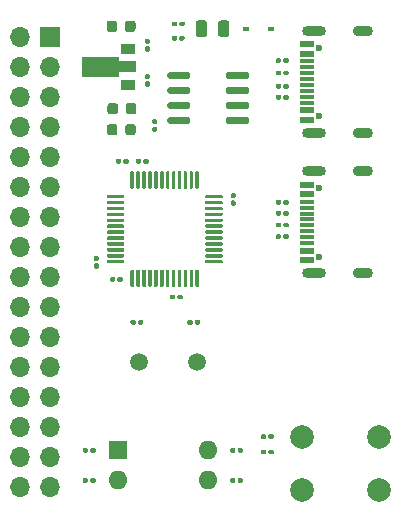
<source format=gts>
G04 #@! TF.GenerationSoftware,KiCad,Pcbnew,5.1.8+dfsg1-1~bpo10+1*
G04 #@! TF.CreationDate,2020-11-28T00:35:18+08:00*
G04 #@! TF.ProjectId,stm32-io-extend,73746d33-322d-4696-9f2d-657874656e64,rev?*
G04 #@! TF.SameCoordinates,Original*
G04 #@! TF.FileFunction,Soldermask,Top*
G04 #@! TF.FilePolarity,Negative*
%FSLAX46Y46*%
G04 Gerber Fmt 4.6, Leading zero omitted, Abs format (unit mm)*
G04 Created by KiCad (PCBNEW 5.1.8+dfsg1-1~bpo10+1) date 2020-11-28 00:35:18*
%MOMM*%
%LPD*%
G01*
G04 APERTURE LIST*
%ADD10R,0.600000X0.450000*%
%ADD11O,2.000000X0.900000*%
%ADD12O,1.700000X0.900000*%
%ADD13R,1.160000X0.300000*%
%ADD14C,0.600000*%
%ADD15R,1.160000X0.600000*%
%ADD16R,1.700000X1.700000*%
%ADD17O,1.700000X1.700000*%
%ADD18R,1.600000X1.600000*%
%ADD19O,1.600000X1.600000*%
%ADD20C,2.000000*%
%ADD21R,1.300000X0.900000*%
%ADD22C,0.100000*%
%ADD23C,1.500000*%
G04 APERTURE END LIST*
G04 #@! TO.C,C1*
G36*
G01*
X89900000Y-79725000D02*
X89900000Y-79925000D01*
G75*
G02*
X89800000Y-80025000I-100000J0D01*
G01*
X89540000Y-80025000D01*
G75*
G02*
X89440000Y-79925000I0J100000D01*
G01*
X89440000Y-79725000D01*
G75*
G02*
X89540000Y-79625000I100000J0D01*
G01*
X89800000Y-79625000D01*
G75*
G02*
X89900000Y-79725000I0J-100000D01*
G01*
G37*
G36*
G01*
X89260000Y-79725000D02*
X89260000Y-79925000D01*
G75*
G02*
X89160000Y-80025000I-100000J0D01*
G01*
X88900000Y-80025000D01*
G75*
G02*
X88800000Y-79925000I0J100000D01*
G01*
X88800000Y-79725000D01*
G75*
G02*
X88900000Y-79625000I100000J0D01*
G01*
X89160000Y-79625000D01*
G75*
G02*
X89260000Y-79725000I0J-100000D01*
G01*
G37*
G04 #@! TD*
G04 #@! TO.C,C2*
G36*
G01*
X94340000Y-81225000D02*
X94340000Y-81425000D01*
G75*
G02*
X94240000Y-81525000I-100000J0D01*
G01*
X93980000Y-81525000D01*
G75*
G02*
X93880000Y-81425000I0J100000D01*
G01*
X93880000Y-81225000D01*
G75*
G02*
X93980000Y-81125000I100000J0D01*
G01*
X94240000Y-81125000D01*
G75*
G02*
X94340000Y-81225000I0J-100000D01*
G01*
G37*
G36*
G01*
X94980000Y-81225000D02*
X94980000Y-81425000D01*
G75*
G02*
X94880000Y-81525000I-100000J0D01*
G01*
X94620000Y-81525000D01*
G75*
G02*
X94520000Y-81425000I0J100000D01*
G01*
X94520000Y-81225000D01*
G75*
G02*
X94620000Y-81125000I100000J0D01*
G01*
X94880000Y-81125000D01*
G75*
G02*
X94980000Y-81225000I0J-100000D01*
G01*
G37*
G04 #@! TD*
G04 #@! TO.C,C3*
G36*
G01*
X87750000Y-78925000D02*
X87550000Y-78925000D01*
G75*
G02*
X87450000Y-78825000I0J100000D01*
G01*
X87450000Y-78565000D01*
G75*
G02*
X87550000Y-78465000I100000J0D01*
G01*
X87750000Y-78465000D01*
G75*
G02*
X87850000Y-78565000I0J-100000D01*
G01*
X87850000Y-78825000D01*
G75*
G02*
X87750000Y-78925000I-100000J0D01*
G01*
G37*
G36*
G01*
X87750000Y-78285000D02*
X87550000Y-78285000D01*
G75*
G02*
X87450000Y-78185000I0J100000D01*
G01*
X87450000Y-77925000D01*
G75*
G02*
X87550000Y-77825000I100000J0D01*
G01*
X87750000Y-77825000D01*
G75*
G02*
X87850000Y-77925000I0J-100000D01*
G01*
X87850000Y-78185000D01*
G75*
G02*
X87750000Y-78285000I-100000J0D01*
G01*
G37*
G04 #@! TD*
G04 #@! TO.C,C4*
G36*
G01*
X91875000Y-62425000D02*
X92075000Y-62425000D01*
G75*
G02*
X92175000Y-62525000I0J-100000D01*
G01*
X92175000Y-62785000D01*
G75*
G02*
X92075000Y-62885000I-100000J0D01*
G01*
X91875000Y-62885000D01*
G75*
G02*
X91775000Y-62785000I0J100000D01*
G01*
X91775000Y-62525000D01*
G75*
G02*
X91875000Y-62425000I100000J0D01*
G01*
G37*
G36*
G01*
X91875000Y-63065000D02*
X92075000Y-63065000D01*
G75*
G02*
X92175000Y-63165000I0J-100000D01*
G01*
X92175000Y-63425000D01*
G75*
G02*
X92075000Y-63525000I-100000J0D01*
G01*
X91875000Y-63525000D01*
G75*
G02*
X91775000Y-63425000I0J100000D01*
G01*
X91775000Y-63165000D01*
G75*
G02*
X91875000Y-63065000I100000J0D01*
G01*
G37*
G04 #@! TD*
G04 #@! TO.C,C5*
G36*
G01*
X99150000Y-73145000D02*
X99350000Y-73145000D01*
G75*
G02*
X99450000Y-73245000I0J-100000D01*
G01*
X99450000Y-73505000D01*
G75*
G02*
X99350000Y-73605000I-100000J0D01*
G01*
X99150000Y-73605000D01*
G75*
G02*
X99050000Y-73505000I0J100000D01*
G01*
X99050000Y-73245000D01*
G75*
G02*
X99150000Y-73145000I100000J0D01*
G01*
G37*
G36*
G01*
X99150000Y-72505000D02*
X99350000Y-72505000D01*
G75*
G02*
X99450000Y-72605000I0J-100000D01*
G01*
X99450000Y-72865000D01*
G75*
G02*
X99350000Y-72965000I-100000J0D01*
G01*
X99150000Y-72965000D01*
G75*
G02*
X99050000Y-72865000I0J100000D01*
G01*
X99050000Y-72605000D01*
G75*
G02*
X99150000Y-72505000I100000J0D01*
G01*
G37*
G04 #@! TD*
G04 #@! TO.C,C6*
G36*
G01*
X88525000Y-58650000D02*
X88525000Y-58150000D01*
G75*
G02*
X88750000Y-57925000I225000J0D01*
G01*
X89200000Y-57925000D01*
G75*
G02*
X89425000Y-58150000I0J-225000D01*
G01*
X89425000Y-58650000D01*
G75*
G02*
X89200000Y-58875000I-225000J0D01*
G01*
X88750000Y-58875000D01*
G75*
G02*
X88525000Y-58650000I0J225000D01*
G01*
G37*
G36*
G01*
X90075000Y-58650000D02*
X90075000Y-58150000D01*
G75*
G02*
X90300000Y-57925000I225000J0D01*
G01*
X90750000Y-57925000D01*
G75*
G02*
X90975000Y-58150000I0J-225000D01*
G01*
X90975000Y-58650000D01*
G75*
G02*
X90750000Y-58875000I-225000J0D01*
G01*
X90300000Y-58875000D01*
G75*
G02*
X90075000Y-58650000I0J225000D01*
G01*
G37*
G04 #@! TD*
G04 #@! TO.C,C7*
G36*
G01*
X89300000Y-69925000D02*
X89300000Y-69725000D01*
G75*
G02*
X89400000Y-69625000I100000J0D01*
G01*
X89660000Y-69625000D01*
G75*
G02*
X89760000Y-69725000I0J-100000D01*
G01*
X89760000Y-69925000D01*
G75*
G02*
X89660000Y-70025000I-100000J0D01*
G01*
X89400000Y-70025000D01*
G75*
G02*
X89300000Y-69925000I0J100000D01*
G01*
G37*
G36*
G01*
X89940000Y-69925000D02*
X89940000Y-69725000D01*
G75*
G02*
X90040000Y-69625000I100000J0D01*
G01*
X90300000Y-69625000D01*
G75*
G02*
X90400000Y-69725000I0J-100000D01*
G01*
X90400000Y-69925000D01*
G75*
G02*
X90300000Y-70025000I-100000J0D01*
G01*
X90040000Y-70025000D01*
G75*
G02*
X89940000Y-69925000I0J100000D01*
G01*
G37*
G04 #@! TD*
G04 #@! TO.C,C8*
G36*
G01*
X92075000Y-59905000D02*
X91875000Y-59905000D01*
G75*
G02*
X91775000Y-59805000I0J100000D01*
G01*
X91775000Y-59545000D01*
G75*
G02*
X91875000Y-59445000I100000J0D01*
G01*
X92075000Y-59445000D01*
G75*
G02*
X92175000Y-59545000I0J-100000D01*
G01*
X92175000Y-59805000D01*
G75*
G02*
X92075000Y-59905000I-100000J0D01*
G01*
G37*
G36*
G01*
X92075000Y-60545000D02*
X91875000Y-60545000D01*
G75*
G02*
X91775000Y-60445000I0J100000D01*
G01*
X91775000Y-60185000D01*
G75*
G02*
X91875000Y-60085000I100000J0D01*
G01*
X92075000Y-60085000D01*
G75*
G02*
X92175000Y-60185000I0J-100000D01*
G01*
X92175000Y-60445000D01*
G75*
G02*
X92075000Y-60545000I-100000J0D01*
G01*
G37*
G04 #@! TD*
G04 #@! TO.C,C9*
G36*
G01*
X92495000Y-66885000D02*
X92695000Y-66885000D01*
G75*
G02*
X92795000Y-66985000I0J-100000D01*
G01*
X92795000Y-67245000D01*
G75*
G02*
X92695000Y-67345000I-100000J0D01*
G01*
X92495000Y-67345000D01*
G75*
G02*
X92395000Y-67245000I0J100000D01*
G01*
X92395000Y-66985000D01*
G75*
G02*
X92495000Y-66885000I100000J0D01*
G01*
G37*
G36*
G01*
X92495000Y-66245000D02*
X92695000Y-66245000D01*
G75*
G02*
X92795000Y-66345000I0J-100000D01*
G01*
X92795000Y-66605000D01*
G75*
G02*
X92695000Y-66705000I-100000J0D01*
G01*
X92495000Y-66705000D01*
G75*
G02*
X92395000Y-66605000I0J100000D01*
G01*
X92395000Y-66345000D01*
G75*
G02*
X92495000Y-66245000I100000J0D01*
G01*
G37*
G04 #@! TD*
G04 #@! TO.C,C10*
G36*
G01*
X91000000Y-66900000D02*
X91000000Y-67400000D01*
G75*
G02*
X90775000Y-67625000I-225000J0D01*
G01*
X90325000Y-67625000D01*
G75*
G02*
X90100000Y-67400000I0J225000D01*
G01*
X90100000Y-66900000D01*
G75*
G02*
X90325000Y-66675000I225000J0D01*
G01*
X90775000Y-66675000D01*
G75*
G02*
X91000000Y-66900000I0J-225000D01*
G01*
G37*
G36*
G01*
X89450000Y-66900000D02*
X89450000Y-67400000D01*
G75*
G02*
X89225000Y-67625000I-225000J0D01*
G01*
X88775000Y-67625000D01*
G75*
G02*
X88550000Y-67400000I0J225000D01*
G01*
X88550000Y-66900000D01*
G75*
G02*
X88775000Y-66675000I225000J0D01*
G01*
X89225000Y-66675000D01*
G75*
G02*
X89450000Y-66900000I0J-225000D01*
G01*
G37*
G04 #@! TD*
G04 #@! TO.C,C11*
G36*
G01*
X102680000Y-94350000D02*
X102680000Y-94550000D01*
G75*
G02*
X102580000Y-94650000I-100000J0D01*
G01*
X102320000Y-94650000D01*
G75*
G02*
X102220000Y-94550000I0J100000D01*
G01*
X102220000Y-94350000D01*
G75*
G02*
X102320000Y-94250000I100000J0D01*
G01*
X102580000Y-94250000D01*
G75*
G02*
X102680000Y-94350000I0J-100000D01*
G01*
G37*
G36*
G01*
X102040000Y-94350000D02*
X102040000Y-94550000D01*
G75*
G02*
X101940000Y-94650000I-100000J0D01*
G01*
X101680000Y-94650000D01*
G75*
G02*
X101580000Y-94550000I0J100000D01*
G01*
X101580000Y-94350000D01*
G75*
G02*
X101680000Y-94250000I100000J0D01*
G01*
X101940000Y-94250000D01*
G75*
G02*
X102040000Y-94350000I0J-100000D01*
G01*
G37*
G04 #@! TD*
G04 #@! TO.C,C12*
G36*
G01*
X89500000Y-65125000D02*
X89500000Y-65625000D01*
G75*
G02*
X89275000Y-65850000I-225000J0D01*
G01*
X88825000Y-65850000D01*
G75*
G02*
X88600000Y-65625000I0J225000D01*
G01*
X88600000Y-65125000D01*
G75*
G02*
X88825000Y-64900000I225000J0D01*
G01*
X89275000Y-64900000D01*
G75*
G02*
X89500000Y-65125000I0J-225000D01*
G01*
G37*
G36*
G01*
X91050000Y-65125000D02*
X91050000Y-65625000D01*
G75*
G02*
X90825000Y-65850000I-225000J0D01*
G01*
X90375000Y-65850000D01*
G75*
G02*
X90150000Y-65625000I0J225000D01*
G01*
X90150000Y-65125000D01*
G75*
G02*
X90375000Y-64900000I225000J0D01*
G01*
X90825000Y-64900000D01*
G75*
G02*
X91050000Y-65125000I0J-225000D01*
G01*
G37*
G04 #@! TD*
G04 #@! TO.C,C13*
G36*
G01*
X91650000Y-83350000D02*
X91650000Y-83550000D01*
G75*
G02*
X91550000Y-83650000I-100000J0D01*
G01*
X91290000Y-83650000D01*
G75*
G02*
X91190000Y-83550000I0J100000D01*
G01*
X91190000Y-83350000D01*
G75*
G02*
X91290000Y-83250000I100000J0D01*
G01*
X91550000Y-83250000D01*
G75*
G02*
X91650000Y-83350000I0J-100000D01*
G01*
G37*
G36*
G01*
X91010000Y-83350000D02*
X91010000Y-83550000D01*
G75*
G02*
X90910000Y-83650000I-100000J0D01*
G01*
X90650000Y-83650000D01*
G75*
G02*
X90550000Y-83550000I0J100000D01*
G01*
X90550000Y-83350000D01*
G75*
G02*
X90650000Y-83250000I100000J0D01*
G01*
X90910000Y-83250000D01*
G75*
G02*
X91010000Y-83350000I0J-100000D01*
G01*
G37*
G04 #@! TD*
G04 #@! TO.C,C14*
G36*
G01*
X95810000Y-83350000D02*
X95810000Y-83550000D01*
G75*
G02*
X95710000Y-83650000I-100000J0D01*
G01*
X95450000Y-83650000D01*
G75*
G02*
X95350000Y-83550000I0J100000D01*
G01*
X95350000Y-83350000D01*
G75*
G02*
X95450000Y-83250000I100000J0D01*
G01*
X95710000Y-83250000D01*
G75*
G02*
X95810000Y-83350000I0J-100000D01*
G01*
G37*
G36*
G01*
X96450000Y-83350000D02*
X96450000Y-83550000D01*
G75*
G02*
X96350000Y-83650000I-100000J0D01*
G01*
X96090000Y-83650000D01*
G75*
G02*
X95990000Y-83550000I0J100000D01*
G01*
X95990000Y-83350000D01*
G75*
G02*
X96090000Y-83250000I100000J0D01*
G01*
X96350000Y-83250000D01*
G75*
G02*
X96450000Y-83350000I0J-100000D01*
G01*
G37*
G04 #@! TD*
D10*
G04 #@! TO.C,D1*
X100350000Y-58600000D03*
X102450000Y-58600000D03*
G04 #@! TD*
G04 #@! TO.C,D2*
G36*
G01*
X95130000Y-59300000D02*
X95130000Y-59500000D01*
G75*
G02*
X95030000Y-59600000I-100000J0D01*
G01*
X94770000Y-59600000D01*
G75*
G02*
X94670000Y-59500000I0J100000D01*
G01*
X94670000Y-59300000D01*
G75*
G02*
X94770000Y-59200000I100000J0D01*
G01*
X95030000Y-59200000D01*
G75*
G02*
X95130000Y-59300000I0J-100000D01*
G01*
G37*
G36*
G01*
X94490000Y-59300000D02*
X94490000Y-59500000D01*
G75*
G02*
X94390000Y-59600000I-100000J0D01*
G01*
X94130000Y-59600000D01*
G75*
G02*
X94030000Y-59500000I0J100000D01*
G01*
X94030000Y-59300000D01*
G75*
G02*
X94130000Y-59200000I100000J0D01*
G01*
X94390000Y-59200000D01*
G75*
G02*
X94490000Y-59300000I0J-100000D01*
G01*
G37*
G04 #@! TD*
G04 #@! TO.C,F1*
G36*
G01*
X96075000Y-59056250D02*
X96075000Y-58143750D01*
G75*
G02*
X96318750Y-57900000I243750J0D01*
G01*
X96806250Y-57900000D01*
G75*
G02*
X97050000Y-58143750I0J-243750D01*
G01*
X97050000Y-59056250D01*
G75*
G02*
X96806250Y-59300000I-243750J0D01*
G01*
X96318750Y-59300000D01*
G75*
G02*
X96075000Y-59056250I0J243750D01*
G01*
G37*
G36*
G01*
X97950000Y-59056250D02*
X97950000Y-58143750D01*
G75*
G02*
X98193750Y-57900000I243750J0D01*
G01*
X98681250Y-57900000D01*
G75*
G02*
X98925000Y-58143750I0J-243750D01*
G01*
X98925000Y-59056250D01*
G75*
G02*
X98681250Y-59300000I-243750J0D01*
G01*
X98193750Y-59300000D01*
G75*
G02*
X97950000Y-59056250I0J243750D01*
G01*
G37*
G04 #@! TD*
D11*
G04 #@! TO.C,J1*
X106070000Y-67420000D03*
X106070000Y-58780000D03*
D12*
X110240000Y-67420000D03*
X110240000Y-58780000D03*
D13*
X105490000Y-63850000D03*
X105490000Y-63350000D03*
X105490000Y-62850000D03*
X105490000Y-64850000D03*
X105490000Y-64350000D03*
X105490000Y-61850000D03*
X105490000Y-62350000D03*
X105490000Y-61350000D03*
D14*
X106550000Y-60210000D03*
X106550000Y-65990000D03*
D15*
X105490000Y-65500000D03*
X105490000Y-65500000D03*
X105490000Y-66300000D03*
X105490000Y-66300000D03*
X105490000Y-60700000D03*
X105490000Y-59900000D03*
X105490000Y-60700000D03*
X105490000Y-59900000D03*
G04 #@! TD*
G04 #@! TO.C,J2*
X105490000Y-71800000D03*
X105490000Y-72600000D03*
X105490000Y-71800000D03*
X105490000Y-72600000D03*
X105490000Y-78200000D03*
X105490000Y-78200000D03*
X105490000Y-77400000D03*
X105490000Y-77400000D03*
D14*
X106550000Y-77890000D03*
X106550000Y-72110000D03*
D13*
X105490000Y-73250000D03*
X105490000Y-74250000D03*
X105490000Y-73750000D03*
X105490000Y-76250000D03*
X105490000Y-76750000D03*
X105490000Y-74750000D03*
X105490000Y-75250000D03*
X105490000Y-75750000D03*
D12*
X110240000Y-70680000D03*
X110240000Y-79320000D03*
D11*
X106070000Y-70680000D03*
X106070000Y-79320000D03*
G04 #@! TD*
D16*
G04 #@! TO.C,J3*
X83700000Y-59300000D03*
D17*
X81160000Y-59300000D03*
X83700000Y-61840000D03*
X81160000Y-61840000D03*
X83700000Y-64380000D03*
X81160000Y-64380000D03*
X83700000Y-66920000D03*
X81160000Y-66920000D03*
X83700000Y-69460000D03*
X81160000Y-69460000D03*
X83700000Y-72000000D03*
X81160000Y-72000000D03*
X83700000Y-74540000D03*
X81160000Y-74540000D03*
X83700000Y-77080000D03*
X81160000Y-77080000D03*
X83700000Y-79620000D03*
X81160000Y-79620000D03*
X83700000Y-82160000D03*
X81160000Y-82160000D03*
X83700000Y-84700000D03*
X81160000Y-84700000D03*
X83700000Y-87240000D03*
X81160000Y-87240000D03*
X83700000Y-89780000D03*
X81160000Y-89780000D03*
X83700000Y-92320000D03*
X81160000Y-92320000D03*
X83700000Y-94860000D03*
X81160000Y-94860000D03*
X83700000Y-97400000D03*
X81160000Y-97400000D03*
G04 #@! TD*
G04 #@! TO.C,R1*
G36*
G01*
X87140000Y-96950000D02*
X87140000Y-96750000D01*
G75*
G02*
X87240000Y-96650000I100000J0D01*
G01*
X87500000Y-96650000D01*
G75*
G02*
X87600000Y-96750000I0J-100000D01*
G01*
X87600000Y-96950000D01*
G75*
G02*
X87500000Y-97050000I-100000J0D01*
G01*
X87240000Y-97050000D01*
G75*
G02*
X87140000Y-96950000I0J100000D01*
G01*
G37*
G36*
G01*
X86500000Y-96950000D02*
X86500000Y-96750000D01*
G75*
G02*
X86600000Y-96650000I100000J0D01*
G01*
X86860000Y-96650000D01*
G75*
G02*
X86960000Y-96750000I0J-100000D01*
G01*
X86960000Y-96950000D01*
G75*
G02*
X86860000Y-97050000I-100000J0D01*
G01*
X86600000Y-97050000D01*
G75*
G02*
X86500000Y-96950000I0J100000D01*
G01*
G37*
G04 #@! TD*
G04 #@! TO.C,R2*
G36*
G01*
X87600000Y-94200000D02*
X87600000Y-94400000D01*
G75*
G02*
X87500000Y-94500000I-100000J0D01*
G01*
X87240000Y-94500000D01*
G75*
G02*
X87140000Y-94400000I0J100000D01*
G01*
X87140000Y-94200000D01*
G75*
G02*
X87240000Y-94100000I100000J0D01*
G01*
X87500000Y-94100000D01*
G75*
G02*
X87600000Y-94200000I0J-100000D01*
G01*
G37*
G36*
G01*
X86960000Y-94200000D02*
X86960000Y-94400000D01*
G75*
G02*
X86860000Y-94500000I-100000J0D01*
G01*
X86600000Y-94500000D01*
G75*
G02*
X86500000Y-94400000I0J100000D01*
G01*
X86500000Y-94200000D01*
G75*
G02*
X86600000Y-94100000I100000J0D01*
G01*
X86860000Y-94100000D01*
G75*
G02*
X86960000Y-94200000I0J-100000D01*
G01*
G37*
G04 #@! TD*
G04 #@! TO.C,R3*
G36*
G01*
X95150000Y-58100000D02*
X95150000Y-58300000D01*
G75*
G02*
X95050000Y-58400000I-100000J0D01*
G01*
X94790000Y-58400000D01*
G75*
G02*
X94690000Y-58300000I0J100000D01*
G01*
X94690000Y-58100000D01*
G75*
G02*
X94790000Y-58000000I100000J0D01*
G01*
X95050000Y-58000000D01*
G75*
G02*
X95150000Y-58100000I0J-100000D01*
G01*
G37*
G36*
G01*
X94510000Y-58100000D02*
X94510000Y-58300000D01*
G75*
G02*
X94410000Y-58400000I-100000J0D01*
G01*
X94150000Y-58400000D01*
G75*
G02*
X94050000Y-58300000I0J100000D01*
G01*
X94050000Y-58100000D01*
G75*
G02*
X94150000Y-58000000I100000J0D01*
G01*
X94410000Y-58000000D01*
G75*
G02*
X94510000Y-58100000I0J-100000D01*
G01*
G37*
G04 #@! TD*
G04 #@! TO.C,R4*
G36*
G01*
X102850000Y-64500000D02*
X102850000Y-64300000D01*
G75*
G02*
X102950000Y-64200000I100000J0D01*
G01*
X103210000Y-64200000D01*
G75*
G02*
X103310000Y-64300000I0J-100000D01*
G01*
X103310000Y-64500000D01*
G75*
G02*
X103210000Y-64600000I-100000J0D01*
G01*
X102950000Y-64600000D01*
G75*
G02*
X102850000Y-64500000I0J100000D01*
G01*
G37*
G36*
G01*
X103490000Y-64500000D02*
X103490000Y-64300000D01*
G75*
G02*
X103590000Y-64200000I100000J0D01*
G01*
X103850000Y-64200000D01*
G75*
G02*
X103950000Y-64300000I0J-100000D01*
G01*
X103950000Y-64500000D01*
G75*
G02*
X103850000Y-64600000I-100000J0D01*
G01*
X103590000Y-64600000D01*
G75*
G02*
X103490000Y-64500000I0J100000D01*
G01*
G37*
G04 #@! TD*
G04 #@! TO.C,R5*
G36*
G01*
X103490000Y-62450000D02*
X103490000Y-62250000D01*
G75*
G02*
X103590000Y-62150000I100000J0D01*
G01*
X103850000Y-62150000D01*
G75*
G02*
X103950000Y-62250000I0J-100000D01*
G01*
X103950000Y-62450000D01*
G75*
G02*
X103850000Y-62550000I-100000J0D01*
G01*
X103590000Y-62550000D01*
G75*
G02*
X103490000Y-62450000I0J100000D01*
G01*
G37*
G36*
G01*
X102850000Y-62450000D02*
X102850000Y-62250000D01*
G75*
G02*
X102950000Y-62150000I100000J0D01*
G01*
X103210000Y-62150000D01*
G75*
G02*
X103310000Y-62250000I0J-100000D01*
G01*
X103310000Y-62450000D01*
G75*
G02*
X103210000Y-62550000I-100000J0D01*
G01*
X102950000Y-62550000D01*
G75*
G02*
X102850000Y-62450000I0J100000D01*
G01*
G37*
G04 #@! TD*
G04 #@! TO.C,R6*
G36*
G01*
X102850000Y-63575000D02*
X102850000Y-63375000D01*
G75*
G02*
X102950000Y-63275000I100000J0D01*
G01*
X103210000Y-63275000D01*
G75*
G02*
X103310000Y-63375000I0J-100000D01*
G01*
X103310000Y-63575000D01*
G75*
G02*
X103210000Y-63675000I-100000J0D01*
G01*
X102950000Y-63675000D01*
G75*
G02*
X102850000Y-63575000I0J100000D01*
G01*
G37*
G36*
G01*
X103490000Y-63575000D02*
X103490000Y-63375000D01*
G75*
G02*
X103590000Y-63275000I100000J0D01*
G01*
X103850000Y-63275000D01*
G75*
G02*
X103950000Y-63375000I0J-100000D01*
G01*
X103950000Y-63575000D01*
G75*
G02*
X103850000Y-63675000I-100000J0D01*
G01*
X103590000Y-63675000D01*
G75*
G02*
X103490000Y-63575000I0J100000D01*
G01*
G37*
G04 #@! TD*
G04 #@! TO.C,R7*
G36*
G01*
X103490000Y-61400000D02*
X103490000Y-61200000D01*
G75*
G02*
X103590000Y-61100000I100000J0D01*
G01*
X103850000Y-61100000D01*
G75*
G02*
X103950000Y-61200000I0J-100000D01*
G01*
X103950000Y-61400000D01*
G75*
G02*
X103850000Y-61500000I-100000J0D01*
G01*
X103590000Y-61500000D01*
G75*
G02*
X103490000Y-61400000I0J100000D01*
G01*
G37*
G36*
G01*
X102850000Y-61400000D02*
X102850000Y-61200000D01*
G75*
G02*
X102950000Y-61100000I100000J0D01*
G01*
X103210000Y-61100000D01*
G75*
G02*
X103310000Y-61200000I0J-100000D01*
G01*
X103310000Y-61400000D01*
G75*
G02*
X103210000Y-61500000I-100000J0D01*
G01*
X102950000Y-61500000D01*
G75*
G02*
X102850000Y-61400000I0J100000D01*
G01*
G37*
G04 #@! TD*
G04 #@! TO.C,R8*
G36*
G01*
X100080000Y-96750000D02*
X100080000Y-96950000D01*
G75*
G02*
X99980000Y-97050000I-100000J0D01*
G01*
X99720000Y-97050000D01*
G75*
G02*
X99620000Y-96950000I0J100000D01*
G01*
X99620000Y-96750000D01*
G75*
G02*
X99720000Y-96650000I100000J0D01*
G01*
X99980000Y-96650000D01*
G75*
G02*
X100080000Y-96750000I0J-100000D01*
G01*
G37*
G36*
G01*
X99440000Y-96750000D02*
X99440000Y-96950000D01*
G75*
G02*
X99340000Y-97050000I-100000J0D01*
G01*
X99080000Y-97050000D01*
G75*
G02*
X98980000Y-96950000I0J100000D01*
G01*
X98980000Y-96750000D01*
G75*
G02*
X99080000Y-96650000I100000J0D01*
G01*
X99340000Y-96650000D01*
G75*
G02*
X99440000Y-96750000I0J-100000D01*
G01*
G37*
G04 #@! TD*
G04 #@! TO.C,R9*
G36*
G01*
X101580000Y-93250000D02*
X101580000Y-93050000D01*
G75*
G02*
X101680000Y-92950000I100000J0D01*
G01*
X101940000Y-92950000D01*
G75*
G02*
X102040000Y-93050000I0J-100000D01*
G01*
X102040000Y-93250000D01*
G75*
G02*
X101940000Y-93350000I-100000J0D01*
G01*
X101680000Y-93350000D01*
G75*
G02*
X101580000Y-93250000I0J100000D01*
G01*
G37*
G36*
G01*
X102220000Y-93250000D02*
X102220000Y-93050000D01*
G75*
G02*
X102320000Y-92950000I100000J0D01*
G01*
X102580000Y-92950000D01*
G75*
G02*
X102680000Y-93050000I0J-100000D01*
G01*
X102680000Y-93250000D01*
G75*
G02*
X102580000Y-93350000I-100000J0D01*
G01*
X102320000Y-93350000D01*
G75*
G02*
X102220000Y-93250000I0J100000D01*
G01*
G37*
G04 #@! TD*
G04 #@! TO.C,R10*
G36*
G01*
X99440000Y-94200000D02*
X99440000Y-94400000D01*
G75*
G02*
X99340000Y-94500000I-100000J0D01*
G01*
X99080000Y-94500000D01*
G75*
G02*
X98980000Y-94400000I0J100000D01*
G01*
X98980000Y-94200000D01*
G75*
G02*
X99080000Y-94100000I100000J0D01*
G01*
X99340000Y-94100000D01*
G75*
G02*
X99440000Y-94200000I0J-100000D01*
G01*
G37*
G36*
G01*
X100080000Y-94200000D02*
X100080000Y-94400000D01*
G75*
G02*
X99980000Y-94500000I-100000J0D01*
G01*
X99720000Y-94500000D01*
G75*
G02*
X99620000Y-94400000I0J100000D01*
G01*
X99620000Y-94200000D01*
G75*
G02*
X99720000Y-94100000I100000J0D01*
G01*
X99980000Y-94100000D01*
G75*
G02*
X100080000Y-94200000I0J-100000D01*
G01*
G37*
G04 #@! TD*
G04 #@! TO.C,R11*
G36*
G01*
X102850000Y-73400000D02*
X102850000Y-73200000D01*
G75*
G02*
X102950000Y-73100000I100000J0D01*
G01*
X103210000Y-73100000D01*
G75*
G02*
X103310000Y-73200000I0J-100000D01*
G01*
X103310000Y-73400000D01*
G75*
G02*
X103210000Y-73500000I-100000J0D01*
G01*
X102950000Y-73500000D01*
G75*
G02*
X102850000Y-73400000I0J100000D01*
G01*
G37*
G36*
G01*
X103490000Y-73400000D02*
X103490000Y-73200000D01*
G75*
G02*
X103590000Y-73100000I100000J0D01*
G01*
X103850000Y-73100000D01*
G75*
G02*
X103950000Y-73200000I0J-100000D01*
G01*
X103950000Y-73400000D01*
G75*
G02*
X103850000Y-73500000I-100000J0D01*
G01*
X103590000Y-73500000D01*
G75*
G02*
X103490000Y-73400000I0J100000D01*
G01*
G37*
G04 #@! TD*
G04 #@! TO.C,R12*
G36*
G01*
X103490000Y-75325000D02*
X103490000Y-75125000D01*
G75*
G02*
X103590000Y-75025000I100000J0D01*
G01*
X103850000Y-75025000D01*
G75*
G02*
X103950000Y-75125000I0J-100000D01*
G01*
X103950000Y-75325000D01*
G75*
G02*
X103850000Y-75425000I-100000J0D01*
G01*
X103590000Y-75425000D01*
G75*
G02*
X103490000Y-75325000I0J100000D01*
G01*
G37*
G36*
G01*
X102850000Y-75325000D02*
X102850000Y-75125000D01*
G75*
G02*
X102950000Y-75025000I100000J0D01*
G01*
X103210000Y-75025000D01*
G75*
G02*
X103310000Y-75125000I0J-100000D01*
G01*
X103310000Y-75325000D01*
G75*
G02*
X103210000Y-75425000I-100000J0D01*
G01*
X102950000Y-75425000D01*
G75*
G02*
X102850000Y-75325000I0J100000D01*
G01*
G37*
G04 #@! TD*
G04 #@! TO.C,R13*
G36*
G01*
X91460000Y-69725000D02*
X91460000Y-69925000D01*
G75*
G02*
X91360000Y-70025000I-100000J0D01*
G01*
X91100000Y-70025000D01*
G75*
G02*
X91000000Y-69925000I0J100000D01*
G01*
X91000000Y-69725000D01*
G75*
G02*
X91100000Y-69625000I100000J0D01*
G01*
X91360000Y-69625000D01*
G75*
G02*
X91460000Y-69725000I0J-100000D01*
G01*
G37*
G36*
G01*
X92100000Y-69725000D02*
X92100000Y-69925000D01*
G75*
G02*
X92000000Y-70025000I-100000J0D01*
G01*
X91740000Y-70025000D01*
G75*
G02*
X91640000Y-69925000I0J100000D01*
G01*
X91640000Y-69725000D01*
G75*
G02*
X91740000Y-69625000I100000J0D01*
G01*
X92000000Y-69625000D01*
G75*
G02*
X92100000Y-69725000I0J-100000D01*
G01*
G37*
G04 #@! TD*
G04 #@! TO.C,R14*
G36*
G01*
X103490000Y-76300000D02*
X103490000Y-76100000D01*
G75*
G02*
X103590000Y-76000000I100000J0D01*
G01*
X103850000Y-76000000D01*
G75*
G02*
X103950000Y-76100000I0J-100000D01*
G01*
X103950000Y-76300000D01*
G75*
G02*
X103850000Y-76400000I-100000J0D01*
G01*
X103590000Y-76400000D01*
G75*
G02*
X103490000Y-76300000I0J100000D01*
G01*
G37*
G36*
G01*
X102850000Y-76300000D02*
X102850000Y-76100000D01*
G75*
G02*
X102950000Y-76000000I100000J0D01*
G01*
X103210000Y-76000000D01*
G75*
G02*
X103310000Y-76100000I0J-100000D01*
G01*
X103310000Y-76300000D01*
G75*
G02*
X103210000Y-76400000I-100000J0D01*
G01*
X102950000Y-76400000D01*
G75*
G02*
X102850000Y-76300000I0J100000D01*
G01*
G37*
G04 #@! TD*
G04 #@! TO.C,R15*
G36*
G01*
X102850000Y-74325000D02*
X102850000Y-74125000D01*
G75*
G02*
X102950000Y-74025000I100000J0D01*
G01*
X103210000Y-74025000D01*
G75*
G02*
X103310000Y-74125000I0J-100000D01*
G01*
X103310000Y-74325000D01*
G75*
G02*
X103210000Y-74425000I-100000J0D01*
G01*
X102950000Y-74425000D01*
G75*
G02*
X102850000Y-74325000I0J100000D01*
G01*
G37*
G36*
G01*
X103490000Y-74325000D02*
X103490000Y-74125000D01*
G75*
G02*
X103590000Y-74025000I100000J0D01*
G01*
X103850000Y-74025000D01*
G75*
G02*
X103950000Y-74125000I0J-100000D01*
G01*
X103950000Y-74325000D01*
G75*
G02*
X103850000Y-74425000I-100000J0D01*
G01*
X103590000Y-74425000D01*
G75*
G02*
X103490000Y-74325000I0J100000D01*
G01*
G37*
G04 #@! TD*
D18*
G04 #@! TO.C,SW1*
X89500000Y-94300000D03*
D19*
X97120000Y-96840000D03*
X89500000Y-96840000D03*
X97120000Y-94300000D03*
G04 #@! TD*
D20*
G04 #@! TO.C,SW2*
X105100000Y-97650000D03*
X105100000Y-93150000D03*
X111600000Y-97650000D03*
X111600000Y-93150000D03*
G04 #@! TD*
D21*
G04 #@! TO.C,U1*
X90375000Y-63325000D03*
X90375000Y-60325000D03*
D22*
G36*
X86425000Y-60958500D02*
G01*
X89550000Y-60958500D01*
X89550000Y-61375000D01*
X91025000Y-61375000D01*
X91025000Y-62275000D01*
X89550000Y-62275000D01*
X89550000Y-62691500D01*
X86425000Y-62691500D01*
X86425000Y-60958500D01*
G37*
G04 #@! TD*
G04 #@! TO.C,U2*
G36*
G01*
X100575000Y-66230000D02*
X100575000Y-66530000D01*
G75*
G02*
X100425000Y-66680000I-150000J0D01*
G01*
X98775000Y-66680000D01*
G75*
G02*
X98625000Y-66530000I0J150000D01*
G01*
X98625000Y-66230000D01*
G75*
G02*
X98775000Y-66080000I150000J0D01*
G01*
X100425000Y-66080000D01*
G75*
G02*
X100575000Y-66230000I0J-150000D01*
G01*
G37*
G36*
G01*
X100575000Y-64960000D02*
X100575000Y-65260000D01*
G75*
G02*
X100425000Y-65410000I-150000J0D01*
G01*
X98775000Y-65410000D01*
G75*
G02*
X98625000Y-65260000I0J150000D01*
G01*
X98625000Y-64960000D01*
G75*
G02*
X98775000Y-64810000I150000J0D01*
G01*
X100425000Y-64810000D01*
G75*
G02*
X100575000Y-64960000I0J-150000D01*
G01*
G37*
G36*
G01*
X100575000Y-63690000D02*
X100575000Y-63990000D01*
G75*
G02*
X100425000Y-64140000I-150000J0D01*
G01*
X98775000Y-64140000D01*
G75*
G02*
X98625000Y-63990000I0J150000D01*
G01*
X98625000Y-63690000D01*
G75*
G02*
X98775000Y-63540000I150000J0D01*
G01*
X100425000Y-63540000D01*
G75*
G02*
X100575000Y-63690000I0J-150000D01*
G01*
G37*
G36*
G01*
X100575000Y-62420000D02*
X100575000Y-62720000D01*
G75*
G02*
X100425000Y-62870000I-150000J0D01*
G01*
X98775000Y-62870000D01*
G75*
G02*
X98625000Y-62720000I0J150000D01*
G01*
X98625000Y-62420000D01*
G75*
G02*
X98775000Y-62270000I150000J0D01*
G01*
X100425000Y-62270000D01*
G75*
G02*
X100575000Y-62420000I0J-150000D01*
G01*
G37*
G36*
G01*
X95625000Y-62420000D02*
X95625000Y-62720000D01*
G75*
G02*
X95475000Y-62870000I-150000J0D01*
G01*
X93825000Y-62870000D01*
G75*
G02*
X93675000Y-62720000I0J150000D01*
G01*
X93675000Y-62420000D01*
G75*
G02*
X93825000Y-62270000I150000J0D01*
G01*
X95475000Y-62270000D01*
G75*
G02*
X95625000Y-62420000I0J-150000D01*
G01*
G37*
G36*
G01*
X95625000Y-63690000D02*
X95625000Y-63990000D01*
G75*
G02*
X95475000Y-64140000I-150000J0D01*
G01*
X93825000Y-64140000D01*
G75*
G02*
X93675000Y-63990000I0J150000D01*
G01*
X93675000Y-63690000D01*
G75*
G02*
X93825000Y-63540000I150000J0D01*
G01*
X95475000Y-63540000D01*
G75*
G02*
X95625000Y-63690000I0J-150000D01*
G01*
G37*
G36*
G01*
X95625000Y-64960000D02*
X95625000Y-65260000D01*
G75*
G02*
X95475000Y-65410000I-150000J0D01*
G01*
X93825000Y-65410000D01*
G75*
G02*
X93675000Y-65260000I0J150000D01*
G01*
X93675000Y-64960000D01*
G75*
G02*
X93825000Y-64810000I150000J0D01*
G01*
X95475000Y-64810000D01*
G75*
G02*
X95625000Y-64960000I0J-150000D01*
G01*
G37*
G36*
G01*
X95625000Y-66230000D02*
X95625000Y-66530000D01*
G75*
G02*
X95475000Y-66680000I-150000J0D01*
G01*
X93825000Y-66680000D01*
G75*
G02*
X93675000Y-66530000I0J150000D01*
G01*
X93675000Y-66230000D01*
G75*
G02*
X93825000Y-66080000I150000J0D01*
G01*
X95475000Y-66080000D01*
G75*
G02*
X95625000Y-66230000I0J-150000D01*
G01*
G37*
G04 #@! TD*
G04 #@! TO.C,U3*
G36*
G01*
X90775000Y-80475000D02*
X90625000Y-80475000D01*
G75*
G02*
X90550000Y-80400000I0J75000D01*
G01*
X90550000Y-79075000D01*
G75*
G02*
X90625000Y-79000000I75000J0D01*
G01*
X90775000Y-79000000D01*
G75*
G02*
X90850000Y-79075000I0J-75000D01*
G01*
X90850000Y-80400000D01*
G75*
G02*
X90775000Y-80475000I-75000J0D01*
G01*
G37*
G36*
G01*
X91275000Y-80475000D02*
X91125000Y-80475000D01*
G75*
G02*
X91050000Y-80400000I0J75000D01*
G01*
X91050000Y-79075000D01*
G75*
G02*
X91125000Y-79000000I75000J0D01*
G01*
X91275000Y-79000000D01*
G75*
G02*
X91350000Y-79075000I0J-75000D01*
G01*
X91350000Y-80400000D01*
G75*
G02*
X91275000Y-80475000I-75000J0D01*
G01*
G37*
G36*
G01*
X91775000Y-80475000D02*
X91625000Y-80475000D01*
G75*
G02*
X91550000Y-80400000I0J75000D01*
G01*
X91550000Y-79075000D01*
G75*
G02*
X91625000Y-79000000I75000J0D01*
G01*
X91775000Y-79000000D01*
G75*
G02*
X91850000Y-79075000I0J-75000D01*
G01*
X91850000Y-80400000D01*
G75*
G02*
X91775000Y-80475000I-75000J0D01*
G01*
G37*
G36*
G01*
X92275000Y-80475000D02*
X92125000Y-80475000D01*
G75*
G02*
X92050000Y-80400000I0J75000D01*
G01*
X92050000Y-79075000D01*
G75*
G02*
X92125000Y-79000000I75000J0D01*
G01*
X92275000Y-79000000D01*
G75*
G02*
X92350000Y-79075000I0J-75000D01*
G01*
X92350000Y-80400000D01*
G75*
G02*
X92275000Y-80475000I-75000J0D01*
G01*
G37*
G36*
G01*
X92775000Y-80475000D02*
X92625000Y-80475000D01*
G75*
G02*
X92550000Y-80400000I0J75000D01*
G01*
X92550000Y-79075000D01*
G75*
G02*
X92625000Y-79000000I75000J0D01*
G01*
X92775000Y-79000000D01*
G75*
G02*
X92850000Y-79075000I0J-75000D01*
G01*
X92850000Y-80400000D01*
G75*
G02*
X92775000Y-80475000I-75000J0D01*
G01*
G37*
G36*
G01*
X93275000Y-80475000D02*
X93125000Y-80475000D01*
G75*
G02*
X93050000Y-80400000I0J75000D01*
G01*
X93050000Y-79075000D01*
G75*
G02*
X93125000Y-79000000I75000J0D01*
G01*
X93275000Y-79000000D01*
G75*
G02*
X93350000Y-79075000I0J-75000D01*
G01*
X93350000Y-80400000D01*
G75*
G02*
X93275000Y-80475000I-75000J0D01*
G01*
G37*
G36*
G01*
X93775000Y-80475000D02*
X93625000Y-80475000D01*
G75*
G02*
X93550000Y-80400000I0J75000D01*
G01*
X93550000Y-79075000D01*
G75*
G02*
X93625000Y-79000000I75000J0D01*
G01*
X93775000Y-79000000D01*
G75*
G02*
X93850000Y-79075000I0J-75000D01*
G01*
X93850000Y-80400000D01*
G75*
G02*
X93775000Y-80475000I-75000J0D01*
G01*
G37*
G36*
G01*
X94275000Y-80475000D02*
X94125000Y-80475000D01*
G75*
G02*
X94050000Y-80400000I0J75000D01*
G01*
X94050000Y-79075000D01*
G75*
G02*
X94125000Y-79000000I75000J0D01*
G01*
X94275000Y-79000000D01*
G75*
G02*
X94350000Y-79075000I0J-75000D01*
G01*
X94350000Y-80400000D01*
G75*
G02*
X94275000Y-80475000I-75000J0D01*
G01*
G37*
G36*
G01*
X94775000Y-80475000D02*
X94625000Y-80475000D01*
G75*
G02*
X94550000Y-80400000I0J75000D01*
G01*
X94550000Y-79075000D01*
G75*
G02*
X94625000Y-79000000I75000J0D01*
G01*
X94775000Y-79000000D01*
G75*
G02*
X94850000Y-79075000I0J-75000D01*
G01*
X94850000Y-80400000D01*
G75*
G02*
X94775000Y-80475000I-75000J0D01*
G01*
G37*
G36*
G01*
X95275000Y-80475000D02*
X95125000Y-80475000D01*
G75*
G02*
X95050000Y-80400000I0J75000D01*
G01*
X95050000Y-79075000D01*
G75*
G02*
X95125000Y-79000000I75000J0D01*
G01*
X95275000Y-79000000D01*
G75*
G02*
X95350000Y-79075000I0J-75000D01*
G01*
X95350000Y-80400000D01*
G75*
G02*
X95275000Y-80475000I-75000J0D01*
G01*
G37*
G36*
G01*
X95775000Y-80475000D02*
X95625000Y-80475000D01*
G75*
G02*
X95550000Y-80400000I0J75000D01*
G01*
X95550000Y-79075000D01*
G75*
G02*
X95625000Y-79000000I75000J0D01*
G01*
X95775000Y-79000000D01*
G75*
G02*
X95850000Y-79075000I0J-75000D01*
G01*
X95850000Y-80400000D01*
G75*
G02*
X95775000Y-80475000I-75000J0D01*
G01*
G37*
G36*
G01*
X96275000Y-80475000D02*
X96125000Y-80475000D01*
G75*
G02*
X96050000Y-80400000I0J75000D01*
G01*
X96050000Y-79075000D01*
G75*
G02*
X96125000Y-79000000I75000J0D01*
G01*
X96275000Y-79000000D01*
G75*
G02*
X96350000Y-79075000I0J-75000D01*
G01*
X96350000Y-80400000D01*
G75*
G02*
X96275000Y-80475000I-75000J0D01*
G01*
G37*
G36*
G01*
X98275000Y-78475000D02*
X96950000Y-78475000D01*
G75*
G02*
X96875000Y-78400000I0J75000D01*
G01*
X96875000Y-78250000D01*
G75*
G02*
X96950000Y-78175000I75000J0D01*
G01*
X98275000Y-78175000D01*
G75*
G02*
X98350000Y-78250000I0J-75000D01*
G01*
X98350000Y-78400000D01*
G75*
G02*
X98275000Y-78475000I-75000J0D01*
G01*
G37*
G36*
G01*
X98275000Y-77975000D02*
X96950000Y-77975000D01*
G75*
G02*
X96875000Y-77900000I0J75000D01*
G01*
X96875000Y-77750000D01*
G75*
G02*
X96950000Y-77675000I75000J0D01*
G01*
X98275000Y-77675000D01*
G75*
G02*
X98350000Y-77750000I0J-75000D01*
G01*
X98350000Y-77900000D01*
G75*
G02*
X98275000Y-77975000I-75000J0D01*
G01*
G37*
G36*
G01*
X98275000Y-77475000D02*
X96950000Y-77475000D01*
G75*
G02*
X96875000Y-77400000I0J75000D01*
G01*
X96875000Y-77250000D01*
G75*
G02*
X96950000Y-77175000I75000J0D01*
G01*
X98275000Y-77175000D01*
G75*
G02*
X98350000Y-77250000I0J-75000D01*
G01*
X98350000Y-77400000D01*
G75*
G02*
X98275000Y-77475000I-75000J0D01*
G01*
G37*
G36*
G01*
X98275000Y-76975000D02*
X96950000Y-76975000D01*
G75*
G02*
X96875000Y-76900000I0J75000D01*
G01*
X96875000Y-76750000D01*
G75*
G02*
X96950000Y-76675000I75000J0D01*
G01*
X98275000Y-76675000D01*
G75*
G02*
X98350000Y-76750000I0J-75000D01*
G01*
X98350000Y-76900000D01*
G75*
G02*
X98275000Y-76975000I-75000J0D01*
G01*
G37*
G36*
G01*
X98275000Y-76475000D02*
X96950000Y-76475000D01*
G75*
G02*
X96875000Y-76400000I0J75000D01*
G01*
X96875000Y-76250000D01*
G75*
G02*
X96950000Y-76175000I75000J0D01*
G01*
X98275000Y-76175000D01*
G75*
G02*
X98350000Y-76250000I0J-75000D01*
G01*
X98350000Y-76400000D01*
G75*
G02*
X98275000Y-76475000I-75000J0D01*
G01*
G37*
G36*
G01*
X98275000Y-75975000D02*
X96950000Y-75975000D01*
G75*
G02*
X96875000Y-75900000I0J75000D01*
G01*
X96875000Y-75750000D01*
G75*
G02*
X96950000Y-75675000I75000J0D01*
G01*
X98275000Y-75675000D01*
G75*
G02*
X98350000Y-75750000I0J-75000D01*
G01*
X98350000Y-75900000D01*
G75*
G02*
X98275000Y-75975000I-75000J0D01*
G01*
G37*
G36*
G01*
X98275000Y-75475000D02*
X96950000Y-75475000D01*
G75*
G02*
X96875000Y-75400000I0J75000D01*
G01*
X96875000Y-75250000D01*
G75*
G02*
X96950000Y-75175000I75000J0D01*
G01*
X98275000Y-75175000D01*
G75*
G02*
X98350000Y-75250000I0J-75000D01*
G01*
X98350000Y-75400000D01*
G75*
G02*
X98275000Y-75475000I-75000J0D01*
G01*
G37*
G36*
G01*
X98275000Y-74975000D02*
X96950000Y-74975000D01*
G75*
G02*
X96875000Y-74900000I0J75000D01*
G01*
X96875000Y-74750000D01*
G75*
G02*
X96950000Y-74675000I75000J0D01*
G01*
X98275000Y-74675000D01*
G75*
G02*
X98350000Y-74750000I0J-75000D01*
G01*
X98350000Y-74900000D01*
G75*
G02*
X98275000Y-74975000I-75000J0D01*
G01*
G37*
G36*
G01*
X98275000Y-74475000D02*
X96950000Y-74475000D01*
G75*
G02*
X96875000Y-74400000I0J75000D01*
G01*
X96875000Y-74250000D01*
G75*
G02*
X96950000Y-74175000I75000J0D01*
G01*
X98275000Y-74175000D01*
G75*
G02*
X98350000Y-74250000I0J-75000D01*
G01*
X98350000Y-74400000D01*
G75*
G02*
X98275000Y-74475000I-75000J0D01*
G01*
G37*
G36*
G01*
X98275000Y-73975000D02*
X96950000Y-73975000D01*
G75*
G02*
X96875000Y-73900000I0J75000D01*
G01*
X96875000Y-73750000D01*
G75*
G02*
X96950000Y-73675000I75000J0D01*
G01*
X98275000Y-73675000D01*
G75*
G02*
X98350000Y-73750000I0J-75000D01*
G01*
X98350000Y-73900000D01*
G75*
G02*
X98275000Y-73975000I-75000J0D01*
G01*
G37*
G36*
G01*
X98275000Y-73475000D02*
X96950000Y-73475000D01*
G75*
G02*
X96875000Y-73400000I0J75000D01*
G01*
X96875000Y-73250000D01*
G75*
G02*
X96950000Y-73175000I75000J0D01*
G01*
X98275000Y-73175000D01*
G75*
G02*
X98350000Y-73250000I0J-75000D01*
G01*
X98350000Y-73400000D01*
G75*
G02*
X98275000Y-73475000I-75000J0D01*
G01*
G37*
G36*
G01*
X98275000Y-72975000D02*
X96950000Y-72975000D01*
G75*
G02*
X96875000Y-72900000I0J75000D01*
G01*
X96875000Y-72750000D01*
G75*
G02*
X96950000Y-72675000I75000J0D01*
G01*
X98275000Y-72675000D01*
G75*
G02*
X98350000Y-72750000I0J-75000D01*
G01*
X98350000Y-72900000D01*
G75*
G02*
X98275000Y-72975000I-75000J0D01*
G01*
G37*
G36*
G01*
X96275000Y-72150000D02*
X96125000Y-72150000D01*
G75*
G02*
X96050000Y-72075000I0J75000D01*
G01*
X96050000Y-70750000D01*
G75*
G02*
X96125000Y-70675000I75000J0D01*
G01*
X96275000Y-70675000D01*
G75*
G02*
X96350000Y-70750000I0J-75000D01*
G01*
X96350000Y-72075000D01*
G75*
G02*
X96275000Y-72150000I-75000J0D01*
G01*
G37*
G36*
G01*
X95775000Y-72150000D02*
X95625000Y-72150000D01*
G75*
G02*
X95550000Y-72075000I0J75000D01*
G01*
X95550000Y-70750000D01*
G75*
G02*
X95625000Y-70675000I75000J0D01*
G01*
X95775000Y-70675000D01*
G75*
G02*
X95850000Y-70750000I0J-75000D01*
G01*
X95850000Y-72075000D01*
G75*
G02*
X95775000Y-72150000I-75000J0D01*
G01*
G37*
G36*
G01*
X95275000Y-72150000D02*
X95125000Y-72150000D01*
G75*
G02*
X95050000Y-72075000I0J75000D01*
G01*
X95050000Y-70750000D01*
G75*
G02*
X95125000Y-70675000I75000J0D01*
G01*
X95275000Y-70675000D01*
G75*
G02*
X95350000Y-70750000I0J-75000D01*
G01*
X95350000Y-72075000D01*
G75*
G02*
X95275000Y-72150000I-75000J0D01*
G01*
G37*
G36*
G01*
X94775000Y-72150000D02*
X94625000Y-72150000D01*
G75*
G02*
X94550000Y-72075000I0J75000D01*
G01*
X94550000Y-70750000D01*
G75*
G02*
X94625000Y-70675000I75000J0D01*
G01*
X94775000Y-70675000D01*
G75*
G02*
X94850000Y-70750000I0J-75000D01*
G01*
X94850000Y-72075000D01*
G75*
G02*
X94775000Y-72150000I-75000J0D01*
G01*
G37*
G36*
G01*
X94275000Y-72150000D02*
X94125000Y-72150000D01*
G75*
G02*
X94050000Y-72075000I0J75000D01*
G01*
X94050000Y-70750000D01*
G75*
G02*
X94125000Y-70675000I75000J0D01*
G01*
X94275000Y-70675000D01*
G75*
G02*
X94350000Y-70750000I0J-75000D01*
G01*
X94350000Y-72075000D01*
G75*
G02*
X94275000Y-72150000I-75000J0D01*
G01*
G37*
G36*
G01*
X93775000Y-72150000D02*
X93625000Y-72150000D01*
G75*
G02*
X93550000Y-72075000I0J75000D01*
G01*
X93550000Y-70750000D01*
G75*
G02*
X93625000Y-70675000I75000J0D01*
G01*
X93775000Y-70675000D01*
G75*
G02*
X93850000Y-70750000I0J-75000D01*
G01*
X93850000Y-72075000D01*
G75*
G02*
X93775000Y-72150000I-75000J0D01*
G01*
G37*
G36*
G01*
X93275000Y-72150000D02*
X93125000Y-72150000D01*
G75*
G02*
X93050000Y-72075000I0J75000D01*
G01*
X93050000Y-70750000D01*
G75*
G02*
X93125000Y-70675000I75000J0D01*
G01*
X93275000Y-70675000D01*
G75*
G02*
X93350000Y-70750000I0J-75000D01*
G01*
X93350000Y-72075000D01*
G75*
G02*
X93275000Y-72150000I-75000J0D01*
G01*
G37*
G36*
G01*
X92775000Y-72150000D02*
X92625000Y-72150000D01*
G75*
G02*
X92550000Y-72075000I0J75000D01*
G01*
X92550000Y-70750000D01*
G75*
G02*
X92625000Y-70675000I75000J0D01*
G01*
X92775000Y-70675000D01*
G75*
G02*
X92850000Y-70750000I0J-75000D01*
G01*
X92850000Y-72075000D01*
G75*
G02*
X92775000Y-72150000I-75000J0D01*
G01*
G37*
G36*
G01*
X92275000Y-72150000D02*
X92125000Y-72150000D01*
G75*
G02*
X92050000Y-72075000I0J75000D01*
G01*
X92050000Y-70750000D01*
G75*
G02*
X92125000Y-70675000I75000J0D01*
G01*
X92275000Y-70675000D01*
G75*
G02*
X92350000Y-70750000I0J-75000D01*
G01*
X92350000Y-72075000D01*
G75*
G02*
X92275000Y-72150000I-75000J0D01*
G01*
G37*
G36*
G01*
X91775000Y-72150000D02*
X91625000Y-72150000D01*
G75*
G02*
X91550000Y-72075000I0J75000D01*
G01*
X91550000Y-70750000D01*
G75*
G02*
X91625000Y-70675000I75000J0D01*
G01*
X91775000Y-70675000D01*
G75*
G02*
X91850000Y-70750000I0J-75000D01*
G01*
X91850000Y-72075000D01*
G75*
G02*
X91775000Y-72150000I-75000J0D01*
G01*
G37*
G36*
G01*
X91275000Y-72150000D02*
X91125000Y-72150000D01*
G75*
G02*
X91050000Y-72075000I0J75000D01*
G01*
X91050000Y-70750000D01*
G75*
G02*
X91125000Y-70675000I75000J0D01*
G01*
X91275000Y-70675000D01*
G75*
G02*
X91350000Y-70750000I0J-75000D01*
G01*
X91350000Y-72075000D01*
G75*
G02*
X91275000Y-72150000I-75000J0D01*
G01*
G37*
G36*
G01*
X90775000Y-72150000D02*
X90625000Y-72150000D01*
G75*
G02*
X90550000Y-72075000I0J75000D01*
G01*
X90550000Y-70750000D01*
G75*
G02*
X90625000Y-70675000I75000J0D01*
G01*
X90775000Y-70675000D01*
G75*
G02*
X90850000Y-70750000I0J-75000D01*
G01*
X90850000Y-72075000D01*
G75*
G02*
X90775000Y-72150000I-75000J0D01*
G01*
G37*
G36*
G01*
X89950000Y-72975000D02*
X88625000Y-72975000D01*
G75*
G02*
X88550000Y-72900000I0J75000D01*
G01*
X88550000Y-72750000D01*
G75*
G02*
X88625000Y-72675000I75000J0D01*
G01*
X89950000Y-72675000D01*
G75*
G02*
X90025000Y-72750000I0J-75000D01*
G01*
X90025000Y-72900000D01*
G75*
G02*
X89950000Y-72975000I-75000J0D01*
G01*
G37*
G36*
G01*
X89950000Y-73475000D02*
X88625000Y-73475000D01*
G75*
G02*
X88550000Y-73400000I0J75000D01*
G01*
X88550000Y-73250000D01*
G75*
G02*
X88625000Y-73175000I75000J0D01*
G01*
X89950000Y-73175000D01*
G75*
G02*
X90025000Y-73250000I0J-75000D01*
G01*
X90025000Y-73400000D01*
G75*
G02*
X89950000Y-73475000I-75000J0D01*
G01*
G37*
G36*
G01*
X89950000Y-73975000D02*
X88625000Y-73975000D01*
G75*
G02*
X88550000Y-73900000I0J75000D01*
G01*
X88550000Y-73750000D01*
G75*
G02*
X88625000Y-73675000I75000J0D01*
G01*
X89950000Y-73675000D01*
G75*
G02*
X90025000Y-73750000I0J-75000D01*
G01*
X90025000Y-73900000D01*
G75*
G02*
X89950000Y-73975000I-75000J0D01*
G01*
G37*
G36*
G01*
X89950000Y-74475000D02*
X88625000Y-74475000D01*
G75*
G02*
X88550000Y-74400000I0J75000D01*
G01*
X88550000Y-74250000D01*
G75*
G02*
X88625000Y-74175000I75000J0D01*
G01*
X89950000Y-74175000D01*
G75*
G02*
X90025000Y-74250000I0J-75000D01*
G01*
X90025000Y-74400000D01*
G75*
G02*
X89950000Y-74475000I-75000J0D01*
G01*
G37*
G36*
G01*
X89950000Y-74975000D02*
X88625000Y-74975000D01*
G75*
G02*
X88550000Y-74900000I0J75000D01*
G01*
X88550000Y-74750000D01*
G75*
G02*
X88625000Y-74675000I75000J0D01*
G01*
X89950000Y-74675000D01*
G75*
G02*
X90025000Y-74750000I0J-75000D01*
G01*
X90025000Y-74900000D01*
G75*
G02*
X89950000Y-74975000I-75000J0D01*
G01*
G37*
G36*
G01*
X89950000Y-75475000D02*
X88625000Y-75475000D01*
G75*
G02*
X88550000Y-75400000I0J75000D01*
G01*
X88550000Y-75250000D01*
G75*
G02*
X88625000Y-75175000I75000J0D01*
G01*
X89950000Y-75175000D01*
G75*
G02*
X90025000Y-75250000I0J-75000D01*
G01*
X90025000Y-75400000D01*
G75*
G02*
X89950000Y-75475000I-75000J0D01*
G01*
G37*
G36*
G01*
X89950000Y-75975000D02*
X88625000Y-75975000D01*
G75*
G02*
X88550000Y-75900000I0J75000D01*
G01*
X88550000Y-75750000D01*
G75*
G02*
X88625000Y-75675000I75000J0D01*
G01*
X89950000Y-75675000D01*
G75*
G02*
X90025000Y-75750000I0J-75000D01*
G01*
X90025000Y-75900000D01*
G75*
G02*
X89950000Y-75975000I-75000J0D01*
G01*
G37*
G36*
G01*
X89950000Y-76475000D02*
X88625000Y-76475000D01*
G75*
G02*
X88550000Y-76400000I0J75000D01*
G01*
X88550000Y-76250000D01*
G75*
G02*
X88625000Y-76175000I75000J0D01*
G01*
X89950000Y-76175000D01*
G75*
G02*
X90025000Y-76250000I0J-75000D01*
G01*
X90025000Y-76400000D01*
G75*
G02*
X89950000Y-76475000I-75000J0D01*
G01*
G37*
G36*
G01*
X89950000Y-76975000D02*
X88625000Y-76975000D01*
G75*
G02*
X88550000Y-76900000I0J75000D01*
G01*
X88550000Y-76750000D01*
G75*
G02*
X88625000Y-76675000I75000J0D01*
G01*
X89950000Y-76675000D01*
G75*
G02*
X90025000Y-76750000I0J-75000D01*
G01*
X90025000Y-76900000D01*
G75*
G02*
X89950000Y-76975000I-75000J0D01*
G01*
G37*
G36*
G01*
X89950000Y-77475000D02*
X88625000Y-77475000D01*
G75*
G02*
X88550000Y-77400000I0J75000D01*
G01*
X88550000Y-77250000D01*
G75*
G02*
X88625000Y-77175000I75000J0D01*
G01*
X89950000Y-77175000D01*
G75*
G02*
X90025000Y-77250000I0J-75000D01*
G01*
X90025000Y-77400000D01*
G75*
G02*
X89950000Y-77475000I-75000J0D01*
G01*
G37*
G36*
G01*
X89950000Y-77975000D02*
X88625000Y-77975000D01*
G75*
G02*
X88550000Y-77900000I0J75000D01*
G01*
X88550000Y-77750000D01*
G75*
G02*
X88625000Y-77675000I75000J0D01*
G01*
X89950000Y-77675000D01*
G75*
G02*
X90025000Y-77750000I0J-75000D01*
G01*
X90025000Y-77900000D01*
G75*
G02*
X89950000Y-77975000I-75000J0D01*
G01*
G37*
G36*
G01*
X89950000Y-78475000D02*
X88625000Y-78475000D01*
G75*
G02*
X88550000Y-78400000I0J75000D01*
G01*
X88550000Y-78250000D01*
G75*
G02*
X88625000Y-78175000I75000J0D01*
G01*
X89950000Y-78175000D01*
G75*
G02*
X90025000Y-78250000I0J-75000D01*
G01*
X90025000Y-78400000D01*
G75*
G02*
X89950000Y-78475000I-75000J0D01*
G01*
G37*
G04 #@! TD*
D23*
G04 #@! TO.C,Y1*
X91300000Y-86800000D03*
X96180000Y-86800000D03*
G04 #@! TD*
M02*

</source>
